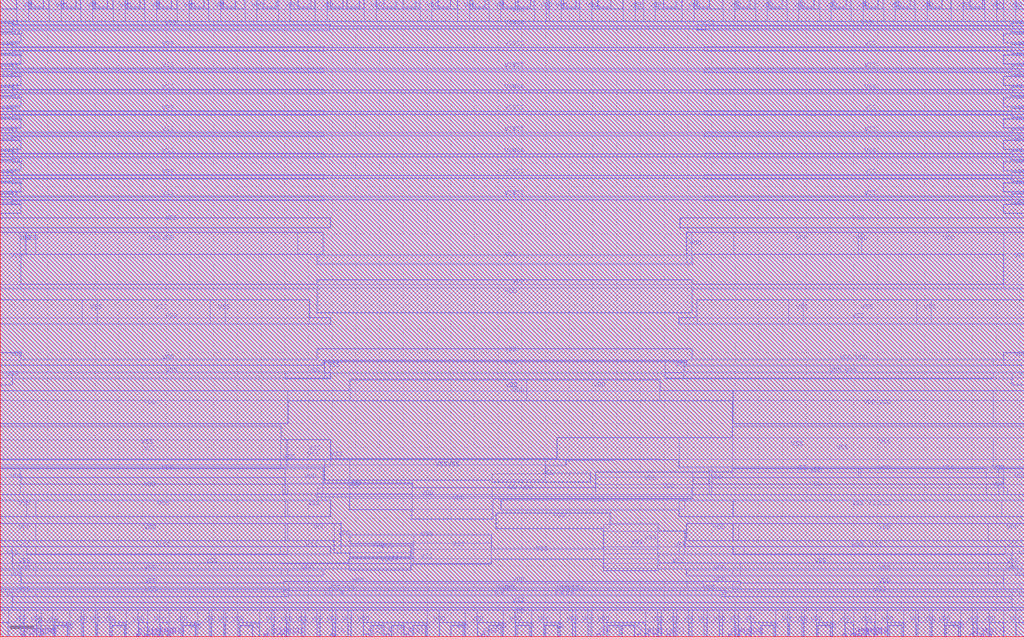
<source format=lef>
# Copyright 2022 GlobalFoundries PDK Authors
#
# Licensed under the Apache License, Version 2.0 (the "License");
# you may not use this file except in compliance with the License.
# You may obtain a copy of the License at
#
#     http://www.apache.org/licenses/LICENSE-2.0
#
# Unless required by applicable law or agreed to in writing, software
# distributed under the License is distributed on an "AS IS" BASIS,
# WITHOUT WARRANTIES OR CONDITIONS OF ANY KIND, either express or implied.
# See the License for the specific language governing permissions and
# limitations under the License.

#=====================================
# Revision: 1.1
#=====================================

VERSION 5.8 ;
BUSBITCHARS "[]" ;
DIVIDERCHAR "/" ;

UNITS
  DATABASE MICRONS   1000 ;
END UNITS

MANUFACTURINGGRID   0.005 ;



MACRO gf180mcu_fd_ip_sram__sram128x8m8wm1
  CLASS BLOCK ;
  ORIGIN 0 0 ;
  FOREIGN gf180mcu_fd_ip_sram__sram128x8m8wm1 0 0 ;
  SIZE 431.86 BY 268.88 ;
  SYMMETRY X Y R90 ;
  PIN A[0]
    DIRECTION INPUT ;
    USE SIGNAL ;
    ANTENNADIFFAREA 1.9976 LAYER Metal2 ;
    PORT
      LAYER Metal2 ;
        RECT 171.215 0 172.335 1 ;
    END
  END A[0]
  PIN A[1]
    DIRECTION INPUT ;
    USE SIGNAL ;
    ANTENNADIFFAREA 1.9976 LAYER Metal2 ;
    PORT
      LAYER Metal2 ;
        RECT 162.76 0 163.88 1 ;
    END
  END A[1]
  PIN A[2]
    DIRECTION INPUT ;
    USE SIGNAL ;
    ANTENNADIFFAREA 1.9976 LAYER Metal2 ;
    PORT
      LAYER Metal2 ;
        RECT 154.295 0 155.415 1 ;
    END
  END A[2]
  PIN A[3]
    DIRECTION INPUT ;
    USE SIGNAL ;
    ANTENNADIFFAREA 1.9976 LAYER Metal2 ;
    PORT
      LAYER Metal2 ;
        RECT 281.325 0 282.445 1 ;
    END
  END A[3]
  PIN A[4]
    DIRECTION INPUT ;
    USE SIGNAL ;
    ANTENNADIFFAREA 1.9976 LAYER Metal2 ;
    PORT
      LAYER Metal2 ;
        RECT 275.82 0 276.94 1 ;
    END
  END A[4]
  PIN A[5]
    DIRECTION INPUT ;
    USE SIGNAL ;
    ANTENNADIFFAREA 1.9976 LAYER Metal2 ;
    PORT
      LAYER Metal2 ;
        RECT 272.085 0 273.205 1 ;
    END
  END A[5]
  PIN A[6]
    DIRECTION INPUT ;
    USE SIGNAL ;
    ANTENNADIFFAREA 1.9976 LAYER Metal2 ;
    PORT
      LAYER Metal2 ;
        RECT 268.86 0 269.98 1 ;
    END
  END A[6]
  PIN CEN
    DIRECTION INPUT ;
    USE SIGNAL ;
    ANTENNADIFFAREA 1.9976 LAYER Metal2 ;
    PORT
      LAYER Metal2 ;
        RECT 251.71 0 252.83 1 ;
    END
  END CEN
  PIN CLK
    DIRECTION INPUT ;
    USE SIGNAL ;
      ANTENNAGATEAREA 44.7066 LAYER Metal3 ;
      ANTENNAGATEAREA 2.868 LAYER Metal2 ;
    PORT
      LAYER Metal2 ;
        RECT 139.68 0 140.8 1 ;
    END
  END CLK
  PIN D[0]
    DIRECTION INPUT ;
    USE SIGNAL ;
      ANTENNAGATEAREA 1.152 LAYER Metal2 ;
    PORT
      LAYER Metal2 ;
        RECT 9.32 0 10.44 1 ;
    END
  END D[0]
  PIN D[1]
    DIRECTION INPUT ;
    USE SIGNAL ;
      ANTENNAGATEAREA 1.152 LAYER Metal2 ;
    PORT
      LAYER Metal2 ;
        RECT 61.03 0 62.15 1 ;
    END
  END D[1]
  PIN D[2]
    DIRECTION INPUT ;
    USE SIGNAL ;
      ANTENNAGATEAREA 1.152 LAYER Metal2 ;
    PORT
      LAYER Metal2 ;
        RECT 67.27 0 68.39 1 ;
    END
  END D[2]
  PIN D[3]
    DIRECTION INPUT ;
    USE SIGNAL ;
      ANTENNAGATEAREA 1.152 LAYER Metal2 ;
    PORT
      LAYER Metal2 ;
        RECT 118.975 0 120.095 1 ;
    END
  END D[3]
  PIN D[4]
    DIRECTION INPUT ;
    USE SIGNAL ;
      ANTENNAGATEAREA 1.152 LAYER Metal2 ;
    PORT
      LAYER Metal2 ;
        RECT 307.235 0 308.355 1 ;
    END
  END D[4]
  PIN D[5]
    DIRECTION INPUT ;
    USE SIGNAL ;
      ANTENNAGATEAREA 1.152 LAYER Metal2 ;
    PORT
      LAYER Metal2 ;
        RECT 358.91 0 360.03 1 ;
    END
  END D[5]
  PIN D[6]
    DIRECTION INPUT ;
    USE SIGNAL ;
      ANTENNAGATEAREA 1.152 LAYER Metal2 ;
    PORT
      LAYER Metal2 ;
        RECT 365.15 0 366.27 1 ;
    END
  END D[6]
  PIN D[7]
    DIRECTION INPUT ;
    USE SIGNAL ;
      ANTENNAGATEAREA 1.152 LAYER Metal2 ;
    PORT
      LAYER Metal2 ;
        RECT 416.86 0 417.98 1 ;
    END
  END D[7]
  PIN GWEN
    DIRECTION INPUT ;
    USE SIGNAL ;
      ANTENNAGATEAREA 14.466 LAYER Metal2 ;
    PORT
      LAYER Metal2 ;
        RECT 202.94 0 204.06 1 ;
    END
  END GWEN
  PIN Q[0]
    DIRECTION OUTPUT ;
    USE SIGNAL ;
    ANTENNADIFFAREA 11.328 LAYER Metal2 ;
    PORT
      LAYER Metal2 ;
        RECT 16.9 0 18.02 1 ;
    END
  END Q[0]
  PIN Q[1]
    DIRECTION OUTPUT ;
    USE SIGNAL ;
    ANTENNADIFFAREA 11.328 LAYER Metal2 ;
    PORT
      LAYER Metal2 ;
        RECT 57.665 0 58.785 1 ;
    END
  END Q[1]
  PIN Q[2]
    DIRECTION OUTPUT ;
    USE SIGNAL ;
    ANTENNADIFFAREA 11.328 LAYER Metal2 ;
    PORT
      LAYER Metal2 ;
        RECT 70.635 0 71.755 1 ;
    END
  END Q[2]
  PIN Q[3]
    DIRECTION OUTPUT ;
    USE SIGNAL ;
    ANTENNADIFFAREA 11.328 LAYER Metal2 ;
    PORT
      LAYER Metal2 ;
        RECT 111.395 0 112.515 1 ;
    END
  END Q[3]
  PIN Q[4]
    DIRECTION OUTPUT ;
    USE SIGNAL ;
    ANTENNADIFFAREA 11.328 LAYER Metal2 ;
    PORT
      LAYER Metal2 ;
        RECT 314.79 0 315.91 1 ;
    END
  END Q[4]
  PIN Q[5]
    DIRECTION OUTPUT ;
    USE SIGNAL ;
    ANTENNADIFFAREA 11.328 LAYER Metal2 ;
    PORT
      LAYER Metal2 ;
        RECT 355.545 0 356.665 1 ;
    END
  END Q[5]
  PIN Q[6]
    DIRECTION OUTPUT ;
    USE SIGNAL ;
    ANTENNADIFFAREA 11.328 LAYER Metal2 ;
    PORT
      LAYER Metal2 ;
        RECT 368.515 0 369.635 1 ;
    END
  END Q[6]
  PIN Q[7]
    DIRECTION OUTPUT ;
    USE SIGNAL ;
    ANTENNADIFFAREA 11.328 LAYER Metal2 ;
    PORT
      LAYER Metal2 ;
        RECT 409.275 0 410.395 1 ;
    END
  END Q[7]
  PIN WEN[0]
    DIRECTION INPUT ;
    USE SIGNAL ;
      ANTENNAGATEAREA 1.938 LAYER Metal2 ;
    PORT
      LAYER Metal2 ;
        RECT 12.695 0 13.815 1 ;
    END
  END WEN[0]
  PIN WEN[1]
    DIRECTION INPUT ;
    USE SIGNAL ;
      ANTENNAGATEAREA 1.938 LAYER Metal2 ;
    PORT
      LAYER Metal2 ;
        RECT 63.02 0 64.14 1 ;
    END
  END WEN[1]
  PIN WEN[2]
    DIRECTION INPUT ;
    USE SIGNAL ;
      ANTENNAGATEAREA 1.938 LAYER Metal2 ;
    PORT
      LAYER Metal2 ;
        RECT 65.27 0 66.39 1 ;
    END
  END WEN[2]
  PIN WEN[3]
    DIRECTION INPUT ;
    USE SIGNAL ;
      ANTENNAGATEAREA 1.938 LAYER Metal2 ;
    PORT
      LAYER Metal2 ;
        RECT 117.02 0 118.14 1 ;
    END
  END WEN[3]
  PIN WEN[4]
    DIRECTION INPUT ;
    USE SIGNAL ;
      ANTENNAGATEAREA 1.938 LAYER Metal2 ;
    PORT
      LAYER Metal2 ;
        RECT 310.575 0 311.695 1 ;
    END
  END WEN[4]
  PIN WEN[5]
    DIRECTION INPUT ;
    USE SIGNAL ;
      ANTENNAGATEAREA 1.938 LAYER Metal2 ;
    PORT
      LAYER Metal2 ;
        RECT 360.9 0 362.02 1 ;
    END
  END WEN[5]
  PIN WEN[6]
    DIRECTION INPUT ;
    USE SIGNAL ;
      ANTENNAGATEAREA 1.938 LAYER Metal2 ;
    PORT
      LAYER Metal2 ;
        RECT 363.15 0 364.27 1 ;
    END
  END WEN[6]
  PIN WEN[7]
    DIRECTION INPUT ;
    USE SIGNAL ;
      ANTENNAGATEAREA 1.938 LAYER Metal2 ;
    PORT
      LAYER Metal2 ;
        RECT 413.475 0 414.595 1 ;
    END
  END WEN[7]
  PIN VDD
    DIRECTION INOUT ;
    USE POWER ;
    PORT
      LAYER Metal3 ;
        RECT 0 250.88 8.53 254.38 ;
    END
    PORT
      LAYER Metal3 ;
        RECT 0 241.88 8.53 245.38 ;
    END
    PORT
      LAYER Metal3 ;
        RECT 0 232.88 8.53 236.38 ;
    END
    PORT
      LAYER Metal3 ;
        RECT 0 223.88 8.53 227.38 ;
    END
    PORT
      LAYER Metal3 ;
        RECT 0 214.88 8.53 218.38 ;
    END
    PORT
      LAYER Metal3 ;
        RECT 0 205.88 8.53 209.38 ;
    END
    PORT
      LAYER Metal3 ;
        RECT 0 196.88 8.53 200.38 ;
    END
    PORT
      LAYER Metal3 ;
        RECT 0 187.88 8.53 191.38 ;
    END
    PORT
      LAYER Metal3 ;
        RECT 0 178.88 8.53 182.38 ;
    END
    PORT
      LAYER Metal3 ;
        RECT 0 40.76 15.055 47.575 ;
    END
    PORT
      LAYER Metal3 ;
        RECT 0 40.765 121.25 47.575 ;
    END
    PORT
      LAYER Metal3 ;
        RECT 140.89 35.42 143.645 47.58 ;
    END
    PORT
      LAYER Metal3 ;
        RECT 120.235 40.77 143.645 47.58 ;
    END
    PORT
      LAYER Metal3 ;
        RECT 147.685 33.72 173.11 38.26 ;
    END
    PORT
      LAYER Metal3 ;
        RECT 140.89 35.42 173.11 38.26 ;
    END
    PORT
      LAYER Metal3 ;
        RECT 7.005 259.88 12.005 268.88 ;
    END
    PORT
      LAYER Metal3 ;
        RECT 20.685 259.88 25.685 268.88 ;
    END
    PORT
      LAYER Metal3 ;
        RECT 34.005 259.88 39.005 268.88 ;
    END
    PORT
      LAYER Metal3 ;
        RECT 47.685 259.88 52.685 268.88 ;
    END
    PORT
      LAYER Metal3 ;
        RECT 61.005 259.88 66.005 268.88 ;
    END
    PORT
      LAYER Metal3 ;
        RECT 74.685 259.88 79.685 268.88 ;
    END
    PORT
      LAYER Metal3 ;
        RECT 88.005 259.88 93.005 268.88 ;
    END
    PORT
      LAYER Metal3 ;
        RECT 103.265 259.88 108.265 268.88 ;
    END
    PORT
      LAYER Metal3 ;
        RECT 117.415 259.88 122.415 268.88 ;
    END
    PORT
      LAYER Metal3 ;
        RECT 132.86 259.88 137.86 268.88 ;
    END
    PORT
      LAYER Metal3 ;
        RECT 153.55 259.88 158.55 268.88 ;
    END
    PORT
      LAYER Metal3 ;
        RECT 177.075 259.88 182.075 268.88 ;
    END
    PORT
      LAYER Metal3 ;
        RECT 192.925 259.88 197.925 268.88 ;
    END
    PORT
      LAYER Metal3 ;
        RECT 206.15 259.88 211.15 268.88 ;
    END
    PORT
      LAYER Metal3 ;
        RECT 225.345 259.88 230.345 268.88 ;
    END
    PORT
      LAYER Metal3 ;
        RECT 231.565 259.88 236.565 268.88 ;
    END
    PORT
      LAYER Metal3 ;
        RECT 244.505 259.88 249.505 268.88 ;
    END
    PORT
      LAYER Metal3 ;
        RECT 262.845 259.88 267.845 268.88 ;
    END
    PORT
      LAYER Metal3 ;
        RECT 271.31 259.88 276.31 268.88 ;
    END
    PORT
      LAYER Metal3 ;
        RECT 287.735 259.88 292.735 268.88 ;
    END
    PORT
      LAYER Metal3 ;
        RECT 304.885 259.88 309.885 268.88 ;
    END
    PORT
      LAYER Metal3 ;
        RECT 318.565 259.88 323.565 268.88 ;
    END
    PORT
      LAYER Metal3 ;
        RECT 331.885 259.88 336.885 268.88 ;
    END
    PORT
      LAYER Metal3 ;
        RECT 345.565 259.88 350.565 268.88 ;
    END
    PORT
      LAYER Metal3 ;
        RECT 358.885 259.88 363.885 268.88 ;
    END
    PORT
      LAYER Metal3 ;
        RECT 372.565 259.88 377.565 268.88 ;
    END
    PORT
      LAYER Metal3 ;
        RECT 385.885 259.88 390.885 268.88 ;
    END
    PORT
      LAYER Metal3 ;
        RECT 401.145 259.88 406.145 268.88 ;
    END
    PORT
      LAYER Metal3 ;
        RECT 415.295 259.88 420.295 268.88 ;
    END
    PORT
      LAYER Metal3 ;
        RECT 423.33 259.88 428.33 268.88 ;
    END
    PORT
      LAYER Metal3 ;
        RECT 0 259.88 431.86 264.88 ;
    END
    PORT
      LAYER Metal3 ;
        RECT 423.33 250.88 431.86 254.38 ;
    END
    PORT
      LAYER Metal3 ;
        RECT 423.33 241.88 431.86 245.38 ;
    END
    PORT
      LAYER Metal3 ;
        RECT 423.33 232.88 431.86 236.38 ;
    END
    PORT
      LAYER Metal3 ;
        RECT 423.33 223.88 431.86 227.38 ;
    END
    PORT
      LAYER Metal3 ;
        RECT 423.33 214.88 431.86 218.38 ;
    END
    PORT
      LAYER Metal3 ;
        RECT 423.33 205.88 431.86 209.38 ;
    END
    PORT
      LAYER Metal3 ;
        RECT 423.33 196.88 431.86 200.38 ;
    END
    PORT
      LAYER Metal3 ;
        RECT 423.33 187.88 431.86 191.38 ;
    END
    PORT
      LAYER Metal3 ;
        RECT 423.33 178.88 431.86 182.38 ;
    END
    PORT
      LAYER Metal3 ;
        RECT 0 147.15 8.53 170.625 ;
    END
    PORT
      LAYER Metal3 ;
        RECT 10.475 161.575 10.94 170.63 ;
    END
    PORT
      LAYER Metal3 ;
        RECT 0 161.575 15.055 170.625 ;
    END
    PORT
      LAYER Metal3 ;
        RECT 0 161.58 125.425 170.625 ;
    END
    PORT
      LAYER Metal3 ;
        RECT 0 161.59 136.07 170.62 ;
    END
    PORT
      LAYER Metal3 ;
        RECT 133.86 157.43 291.755 160.995 ;
    END
    PORT
      LAYER Metal3 ;
        RECT 133.86 136.91 291.755 150.525 ;
    END
    PORT
      LAYER Metal3 ;
        RECT 289.54 157.43 291.755 170.62 ;
    END
    PORT
      LAYER Metal3 ;
        RECT 309.265 161.575 361.915 170.625 ;
    END
    PORT
      LAYER Metal3 ;
        RECT 289.54 161.575 431.86 170.62 ;
    END
    PORT
      LAYER Metal3 ;
        RECT 0 147.15 431.86 148.57 ;
    END
    PORT
      LAYER Metal3 ;
        RECT 423.33 147.15 431.86 170.625 ;
    END
    PORT
      LAYER Metal3 ;
        RECT 363.265 161.575 431.86 170.625 ;
    END
    PORT
      LAYER Metal3 ;
        RECT 0 114.69 8.53 119.69 ;
    END
    PORT
      LAYER Metal3 ;
        RECT 0 114.69 136.07 116.9 ;
    END
    PORT
      LAYER Metal3 ;
        RECT 133.85 116.85 291.74 121.39 ;
    END
    PORT
      LAYER Metal3 ;
        RECT 289.54 114.685 418.815 116.9 ;
    END
    PORT
      LAYER Metal3 ;
        RECT 289.54 114.69 431.86 116.9 ;
    END
    PORT
      LAYER Metal3 ;
        RECT 423.33 114.69 431.86 119.69 ;
    END
    PORT
      LAYER Metal3 ;
        RECT 0 90.08 121.25 103.695 ;
    END
    PORT
      LAYER Metal3 ;
        RECT 147.565 99.845 278.225 108.125 ;
    END
    PORT
      LAYER Metal3 ;
        RECT 147.605 99.845 278.225 108.535 ;
    END
    PORT
      LAYER Metal3 ;
        RECT 222.16 99.845 278.225 108.54 ;
    END
    PORT
      LAYER Metal3 ;
        RECT 309.125 90.075 418.815 103.695 ;
    END
    PORT
      LAYER Metal3 ;
        RECT 309.035 90.08 431.86 103.695 ;
    END
    PORT
      LAYER Metal3 ;
        RECT 0 99.845 431.86 103.695 ;
    END
    PORT
      LAYER Metal3 ;
        RECT 0 60.18 8.53 70.89 ;
    END
    PORT
      LAYER Metal3 ;
        RECT 119.105 60.23 173.805 64.235 ;
    END
    PORT
      LAYER Metal3 ;
        RECT 0 67.305 136.07 70.89 ;
    END
    PORT
      LAYER Metal3 ;
        RECT 0 60.18 121.25 64.23 ;
    END
    PORT
      LAYER Metal3 ;
        RECT 120.235 60.23 136.07 70.895 ;
    END
    PORT
      LAYER Metal3 ;
        RECT 120.235 60.23 173.805 64.67 ;
    END
    PORT
      LAYER Metal3 ;
        RECT 173.705 49.86 207.58 62.87 ;
    END
    PORT
      LAYER Metal3 ;
        RECT 147.39 53.78 207.58 62.87 ;
    END
    PORT
      LAYER Metal3 ;
        RECT 147.39 58.485 291.755 62.87 ;
    END
    PORT
      LAYER Metal3 ;
        RECT 133.86 59.22 291.755 62.87 ;
    END
    PORT
      LAYER Metal3 ;
        RECT 251.14 60.175 292.105 69.33 ;
    END
    PORT
      LAYER Metal3 ;
        RECT 299.13 60.175 300.13 70.085 ;
    END
    PORT
      LAYER Metal3 ;
        RECT 251.14 67.305 431.86 69.33 ;
    END
    PORT
      LAYER Metal3 ;
        RECT 309.035 67.305 362.145 70.89 ;
    END
    PORT
      LAYER Metal3 ;
        RECT 308.865 67.305 431.86 70.885 ;
    END
    PORT
      LAYER Metal3 ;
        RECT 415.845 60.175 421.105 64.235 ;
    END
    PORT
      LAYER Metal3 ;
        RECT 415.845 67.305 421.105 70.895 ;
    END
    PORT
      LAYER Metal3 ;
        RECT 251.14 60.18 431.86 64.23 ;
    END
    PORT
      LAYER Metal3 ;
        RECT 133.86 60.175 424.995 62.87 ;
    END
    PORT
      LAYER Metal3 ;
        RECT 423.33 60.18 431.86 70.89 ;
    END
    PORT
      LAYER Metal3 ;
        RECT 363.035 67.305 431.86 70.89 ;
    END
    PORT
      LAYER Metal3 ;
        RECT 309.01 40.765 431.86 47.57 ;
    END
    PORT
      LAYER Metal3 ;
        RECT 289.545 40.77 311.39 47.58 ;
    END
    PORT
      LAYER Metal3 ;
        RECT 309.125 40.76 431.86 47.57 ;
    END
    PORT
      LAYER Metal3 ;
        RECT 416.805 40.76 431.86 47.575 ;
    END
    PORT
      LAYER Metal3 ;
        RECT 0 20.3 8.56 28.145 ;
    END
    PORT
      LAYER Metal3 ;
        RECT 0 25.865 15.055 28.145 ;
    END
    PORT
      LAYER Metal3 ;
        RECT 0 25.87 121.25 28.145 ;
    END
    PORT
      LAYER Metal3 ;
        RECT 0 20.3 121.705 22.575 ;
    END
    PORT
      LAYER Metal3 ;
        RECT 118.435 25.875 136.07 28.15 ;
    END
    PORT
      LAYER Metal3 ;
        RECT 119.545 20.83 312.145 23.095 ;
    END
    PORT
      LAYER Metal3 ;
        RECT 0 20.82 296.615 22.575 ;
    END
    PORT
      LAYER Metal3 ;
        RECT 289.545 20.83 312.145 23.105 ;
    END
    PORT
      LAYER Metal3 ;
        RECT 289.545 25.875 312.145 28.15 ;
    END
    PORT
      LAYER Metal3 ;
        RECT 308.94 20.3 431.86 22.575 ;
    END
    PORT
      LAYER Metal3 ;
        RECT 416.805 25.865 431.86 28.145 ;
    END
    PORT
      LAYER Metal3 ;
        RECT 309.01 25.87 431.86 28.145 ;
    END
    PORT
      LAYER Metal3 ;
        RECT 423.3 20.3 431.86 28.145 ;
    END
    PORT
      LAYER Metal3 ;
        RECT 3.53 0 8.53 11.16 ;
    END
    PORT
      LAYER Metal3 ;
        RECT 10.195 0 15.195 11.16 ;
    END
    PORT
      LAYER Metal3 ;
        RECT 17.21 0 22.21 11.16 ;
    END
    PORT
      LAYER Metal3 ;
        RECT 29.21 0 34.21 11.16 ;
    END
    PORT
      LAYER Metal3 ;
        RECT 35.21 0 40.21 11.16 ;
    END
    PORT
      LAYER Metal3 ;
        RECT 41.21 0 46.21 11.16 ;
    END
    PORT
      LAYER Metal3 ;
        RECT 53.21 0 58.21 11.16 ;
    END
    PORT
      LAYER Metal3 ;
        RECT 62.215 0 67.215 11.16 ;
    END
    PORT
      LAYER Metal3 ;
        RECT 71.21 0 76.21 11.16 ;
    END
    PORT
      LAYER Metal3 ;
        RECT 83.21 0 88.21 11.16 ;
    END
    PORT
      LAYER Metal3 ;
        RECT 89.21 0 94.21 11.16 ;
    END
    PORT
      LAYER Metal3 ;
        RECT 95.21 0 100.21 11.16 ;
    END
    PORT
      LAYER Metal3 ;
        RECT 109.55 0 114.55 11.16 ;
    END
    PORT
      LAYER Metal3 ;
        RECT 115.55 0 120.55 11.16 ;
    END
    PORT
      LAYER Metal3 ;
        RECT 122.05 0 127.05 11.16 ;
    END
    PORT
      LAYER Metal3 ;
        RECT 128.55 0 133.55 11.16 ;
    END
    PORT
      LAYER Metal3 ;
        RECT 135.05 0 140.05 11.16 ;
    END
    PORT
      LAYER Metal3 ;
        RECT 141.55 0 146.55 11.16 ;
    END
    PORT
      LAYER Metal3 ;
        RECT 148.05 0 153.05 11.16 ;
    END
    PORT
      LAYER Metal3 ;
        RECT 180.155 0 185.155 11.16 ;
    END
    PORT
      LAYER Metal3 ;
        RECT 196.14 0 201.14 11.16 ;
    END
    PORT
      LAYER Metal3 ;
        RECT 212.165 0 217.165 11.16 ;
    END
    PORT
      LAYER Metal3 ;
        RECT 224.165 0 229.165 11.16 ;
    END
    PORT
      LAYER Metal3 ;
        RECT 236.165 0 241.165 11.16 ;
    END
    PORT
      LAYER Metal3 ;
        RECT 242.83 0 247.83 11.16 ;
    END
    PORT
      LAYER Metal3 ;
        RECT 249.38 0 254.38 11.16 ;
    END
    PORT
      LAYER Metal3 ;
        RECT 272.29 0 277.29 11.16 ;
    END
    PORT
      LAYER Metal3 ;
        RECT 278.79 0 283.79 11.16 ;
    END
    PORT
      LAYER Metal3 ;
        RECT 285.29 0 290.29 11.16 ;
    END
    PORT
      LAYER Metal3 ;
        RECT 291.79 0 296.79 11.16 ;
    END
    PORT
      LAYER Metal3 ;
        RECT 298.29 0 303.29 11.16 ;
    END
    PORT
      LAYER Metal3 ;
        RECT 304.79 0 309.79 11.16 ;
    END
    PORT
      LAYER Metal3 ;
        RECT 311.475 0 316.475 11.16 ;
    END
    PORT
      LAYER Metal3 ;
        RECT 327.09 0 332.09 11.16 ;
    END
    PORT
      LAYER Metal3 ;
        RECT 333.09 0 338.09 11.16 ;
    END
    PORT
      LAYER Metal3 ;
        RECT 339.09 0 344.09 11.16 ;
    END
    PORT
      LAYER Metal3 ;
        RECT 351.09 0 356.09 11.16 ;
    END
    PORT
      LAYER Metal3 ;
        RECT 360.085 0 365.085 11.16 ;
    END
    PORT
      LAYER Metal3 ;
        RECT 369.09 0 374.09 11.16 ;
    END
    PORT
      LAYER Metal3 ;
        RECT 381.09 0 386.09 11.16 ;
    END
    PORT
      LAYER Metal3 ;
        RECT 387.09 0 392.09 11.16 ;
    END
    PORT
      LAYER Metal3 ;
        RECT 393.09 0 398.09 11.16 ;
    END
    PORT
      LAYER Metal3 ;
        RECT 405.09 0 410.09 11.16 ;
    END
    PORT
      LAYER Metal3 ;
        RECT 412.095 0 417.095 11.16 ;
    END
    PORT
      LAYER Metal3 ;
        RECT 423.33 0 428.33 11.16 ;
    END
    PORT
      LAYER Metal3 ;
        RECT 0 6.16 431.86 11.16 ;
    END
  END VDD
  PIN VSS
    DIRECTION INOUT ;
    USE GROUND ;
    PORT
      LAYER Metal3 ;
        RECT 13.13 265.84 18.13 268.88 ;
    END
    PORT
      LAYER Metal3 ;
        RECT 23.21 0 28.21 4.66 ;
    END
    PORT
      LAYER Metal3 ;
        RECT 26.81 265.84 31.81 268.88 ;
    END
    PORT
      LAYER Metal3 ;
        RECT 40.13 265.84 45.13 268.88 ;
    END
    PORT
      LAYER Metal3 ;
        RECT 47.21 0 52.21 4.66 ;
    END
    PORT
      LAYER Metal3 ;
        RECT 53.81 265.84 58.81 268.88 ;
    END
    PORT
      LAYER Metal3 ;
        RECT 67.13 265.84 72.13 268.88 ;
    END
    PORT
      LAYER Metal3 ;
        RECT 77.21 0 82.21 4.66 ;
    END
    PORT
      LAYER Metal3 ;
        RECT 80.81 265.84 85.81 268.88 ;
    END
    PORT
      LAYER Metal3 ;
        RECT 94.13 265.84 99.13 268.88 ;
    END
    PORT
      LAYER Metal3 ;
        RECT 101.21 0 106.21 4.66 ;
    END
    PORT
      LAYER Metal3 ;
        RECT 111.29 265.84 116.29 268.88 ;
    END
    PORT
      LAYER Metal3 ;
        RECT 125.79 265.84 130.79 268.88 ;
    END
    PORT
      LAYER Metal3 ;
        RECT 0 172.68 139.14 176.63 ;
    END
    PORT
      LAYER Metal3 ;
        RECT 34.605 132.17 40.815 142.08 ;
    END
    PORT
      LAYER Metal3 ;
        RECT 88.605 132.17 94.815 142.08 ;
    END
    PORT
      LAYER Metal3 ;
        RECT 0 132.175 130.35 142.08 ;
    END
    PORT
      LAYER Metal3 ;
        RECT 0 132.175 139.14 134.45 ;
    END
    PORT
      LAYER Metal3 ;
        RECT 0 50.88 15.055 57.465 ;
    END
    PORT
      LAYER Metal3 ;
        RECT 11.245 50.87 121.25 57.455 ;
    END
    PORT
      LAYER Metal3 ;
        RECT 11.145 50.875 121.25 57.455 ;
    END
    PORT
      LAYER Metal3 ;
        RECT 120.235 50.88 139.14 57.465 ;
    END
    PORT
      LAYER Metal3 ;
        RECT 139.385 265.84 144.385 268.88 ;
    END
    PORT
      LAYER Metal3 ;
        RECT 146.365 265.84 151.365 268.88 ;
    END
    PORT
      LAYER Metal3 ;
        RECT 156.62 0 161.62 4.66 ;
    END
    PORT
      LAYER Metal3 ;
        RECT 161.905 265.84 166.905 268.88 ;
    END
    PORT
      LAYER Metal3 ;
        RECT 165.11 0 170.11 4.66 ;
    END
    PORT
      LAYER Metal3 ;
        RECT 170.12 265.84 175.12 268.88 ;
    END
    PORT
      LAYER Metal3 ;
        RECT 174.155 0 179.155 4.66 ;
    END
    PORT
      LAYER Metal3 ;
        RECT 184.74 265.84 189.74 268.88 ;
    END
    PORT
      LAYER Metal3 ;
        RECT 190.14 0 195.14 4.66 ;
    END
    PORT
      LAYER Metal3 ;
        RECT 199.41 265.84 204.41 268.88 ;
    END
    PORT
      LAYER Metal3 ;
        RECT 206.165 0 211.165 4.66 ;
    END
    PORT
      LAYER Metal3 ;
        RECT 212.15 265.84 217.15 268.88 ;
    END
    PORT
      LAYER Metal3 ;
        RECT 218.165 0 223.165 4.66 ;
    END
    PORT
      LAYER Metal3 ;
        RECT 218.565 265.84 223.565 268.88 ;
    END
    PORT
      LAYER Metal3 ;
        RECT 230.165 0 235.165 4.66 ;
    END
    PORT
      LAYER Metal3 ;
        RECT 237.69 265.84 242.69 268.88 ;
    END
    PORT
      LAYER Metal3 ;
        RECT 252.325 265.84 257.325 268.88 ;
    END
    PORT
      LAYER Metal3 ;
        RECT 256.165 0 261.165 4.66 ;
    END
    PORT
      LAYER Metal3 ;
        RECT 262.39 0 267.39 4.66 ;
    END
    PORT
      LAYER Metal3 ;
        RECT 279.95 265.84 284.95 268.88 ;
    END
    PORT
      LAYER Metal3 ;
        RECT 293.955 265.84 298.955 268.88 ;
    END
    PORT
      LAYER Metal3 ;
        RECT 311.01 265.84 316.01 268.88 ;
    END
    PORT
      LAYER Metal3 ;
        RECT 321.09 0 326.09 4.66 ;
    END
    PORT
      LAYER Metal3 ;
        RECT 324.69 265.84 329.69 268.88 ;
    END
    PORT
      LAYER Metal3 ;
        RECT 338.01 265.84 343.01 268.88 ;
    END
    PORT
      LAYER Metal3 ;
        RECT 345.09 0 350.09 4.66 ;
    END
    PORT
      LAYER Metal3 ;
        RECT 351.69 265.84 356.69 268.88 ;
    END
    PORT
      LAYER Metal3 ;
        RECT 365.01 265.84 370.01 268.88 ;
    END
    PORT
      LAYER Metal3 ;
        RECT 375.09 0 380.09 4.66 ;
    END
    PORT
      LAYER Metal3 ;
        RECT 378.69 265.84 383.69 268.88 ;
    END
    PORT
      LAYER Metal3 ;
        RECT 392.01 265.84 397.01 268.88 ;
    END
    PORT
      LAYER Metal3 ;
        RECT 399.09 0 404.09 4.66 ;
    END
    PORT
      LAYER Metal3 ;
        RECT 409.17 265.84 414.17 268.88 ;
    END
    PORT
      LAYER Metal3 ;
        RECT 0 255.38 5.07 258.88 ;
    END
    PORT
      LAYER Metal3 ;
        RECT 0 256.13 138.895 258.13 ;
    END
    PORT
      LAYER Metal3 ;
        RECT 152.01 256.63 273.11 257.64 ;
    END
    PORT
      LAYER Metal3 ;
        RECT 0 256.635 431.86 257.64 ;
    END
    PORT
      LAYER Metal3 ;
        RECT 293.955 256.29 297.585 257.955 ;
    END
    PORT
      LAYER Metal3 ;
        RECT 293.955 256.38 431.86 257.88 ;
    END
    PORT
      LAYER Metal3 ;
        RECT 426.79 255.38 431.86 258.88 ;
    END
    PORT
      LAYER Metal3 ;
        RECT 0 246.38 5.07 249.88 ;
    END
    PORT
      LAYER Metal3 ;
        RECT 0 247.38 136.36 248.88 ;
    END
    PORT
      LAYER Metal3 ;
        RECT 152.015 247.63 273.11 248.64 ;
    END
    PORT
      LAYER Metal3 ;
        RECT 0 247.63 431.86 248.63 ;
    END
    PORT
      LAYER Metal3 ;
        RECT 297.105 247.38 431.86 248.88 ;
    END
    PORT
      LAYER Metal3 ;
        RECT 426.79 246.38 431.86 249.88 ;
    END
    PORT
      LAYER Metal3 ;
        RECT 0 237.38 5.07 240.88 ;
    END
    PORT
      LAYER Metal3 ;
        RECT 0 238.38 136.36 239.88 ;
    END
    PORT
      LAYER Metal3 ;
        RECT 152.015 238.63 273.11 239.64 ;
    END
    PORT
      LAYER Metal3 ;
        RECT 0 238.63 431.86 239.63 ;
    END
    PORT
      LAYER Metal3 ;
        RECT 297.105 238.38 431.86 239.88 ;
    END
    PORT
      LAYER Metal3 ;
        RECT 426.79 237.38 431.86 240.88 ;
    END
    PORT
      LAYER Metal3 ;
        RECT 0 228.38 5.07 231.88 ;
    END
    PORT
      LAYER Metal3 ;
        RECT 0 229.38 136.36 230.88 ;
    END
    PORT
      LAYER Metal3 ;
        RECT 152.015 229.63 273.11 230.64 ;
    END
    PORT
      LAYER Metal3 ;
        RECT 0 229.63 431.86 230.63 ;
    END
    PORT
      LAYER Metal3 ;
        RECT 297.105 229.38 431.86 230.88 ;
    END
    PORT
      LAYER Metal3 ;
        RECT 426.79 228.38 431.86 231.88 ;
    END
    PORT
      LAYER Metal3 ;
        RECT 0 219.38 5.07 222.88 ;
    END
    PORT
      LAYER Metal3 ;
        RECT 0 220.38 136.36 221.88 ;
    END
    PORT
      LAYER Metal3 ;
        RECT 152.015 220.63 273.11 221.64 ;
    END
    PORT
      LAYER Metal3 ;
        RECT 0 220.63 431.86 221.63 ;
    END
    PORT
      LAYER Metal3 ;
        RECT 297.105 220.38 431.86 221.88 ;
    END
    PORT
      LAYER Metal3 ;
        RECT 426.79 219.38 431.86 222.88 ;
    END
    PORT
      LAYER Metal3 ;
        RECT 0 210.38 5.07 213.88 ;
    END
    PORT
      LAYER Metal3 ;
        RECT 0 211.38 136.36 212.88 ;
    END
    PORT
      LAYER Metal3 ;
        RECT 152.015 211.63 273.11 212.64 ;
    END
    PORT
      LAYER Metal3 ;
        RECT 0 211.63 431.86 212.63 ;
    END
    PORT
      LAYER Metal3 ;
        RECT 297.105 211.38 431.86 212.88 ;
    END
    PORT
      LAYER Metal3 ;
        RECT 426.79 210.38 431.86 213.88 ;
    END
    PORT
      LAYER Metal3 ;
        RECT 0 201.38 5.07 204.88 ;
    END
    PORT
      LAYER Metal3 ;
        RECT 0 202.38 136.36 203.88 ;
    END
    PORT
      LAYER Metal3 ;
        RECT 152.015 202.63 273.11 203.64 ;
    END
    PORT
      LAYER Metal3 ;
        RECT 0 202.63 431.86 203.63 ;
    END
    PORT
      LAYER Metal3 ;
        RECT 297.105 202.38 431.86 203.88 ;
    END
    PORT
      LAYER Metal3 ;
        RECT 426.79 201.38 431.86 204.88 ;
    END
    PORT
      LAYER Metal3 ;
        RECT 0 192.38 5.07 195.88 ;
    END
    PORT
      LAYER Metal3 ;
        RECT 0 193.38 136.36 194.88 ;
    END
    PORT
      LAYER Metal3 ;
        RECT 152.015 193.63 273.11 194.64 ;
    END
    PORT
      LAYER Metal3 ;
        RECT 0 193.63 431.86 194.63 ;
    END
    PORT
      LAYER Metal3 ;
        RECT 297.105 193.38 431.86 194.88 ;
    END
    PORT
      LAYER Metal3 ;
        RECT 426.79 192.38 431.86 195.88 ;
    END
    PORT
      LAYER Metal3 ;
        RECT 0 183.38 5.07 186.88 ;
    END
    PORT
      LAYER Metal3 ;
        RECT 0 184.38 136.36 185.88 ;
    END
    PORT
      LAYER Metal3 ;
        RECT 152.015 184.63 273.11 185.64 ;
    END
    PORT
      LAYER Metal3 ;
        RECT 0 184.63 431.86 185.63 ;
    END
    PORT
      LAYER Metal3 ;
        RECT 297.105 184.38 431.86 185.88 ;
    END
    PORT
      LAYER Metal3 ;
        RECT 426.79 183.38 431.86 186.88 ;
    END
    PORT
      LAYER Metal3 ;
        RECT 286.845 172.68 431.86 176.63 ;
    END
    PORT
      LAYER Metal3 ;
        RECT 286.475 132.175 431.86 134.45 ;
    END
    PORT
      LAYER Metal3 ;
        RECT 332.485 132.17 338.695 142.08 ;
    END
    PORT
      LAYER Metal3 ;
        RECT 386.485 132.17 392.695 142.08 ;
    END
    PORT
      LAYER Metal3 ;
        RECT 293.925 132.175 431.86 142.08 ;
    END
    PORT
      LAYER Metal3 ;
        RECT 0 106.41 5.07 111.41 ;
    END
    PORT
      LAYER Metal3 ;
        RECT 120.18 109.13 139.13 111.41 ;
    END
    PORT
      LAYER Metal3 ;
        RECT 0 109.135 139.13 111.41 ;
    END
    PORT
      LAYER Metal3 ;
        RECT 136.935 109.13 139.13 115.995 ;
    END
    PORT
      LAYER Metal3 ;
        RECT 280.39 109.13 288.385 115.995 ;
    END
    PORT
      LAYER Metal3 ;
        RECT 136.935 111.455 288.385 115.995 ;
    END
    PORT
      LAYER Metal3 ;
        RECT 280.39 109.13 418.815 111.41 ;
    END
    PORT
      LAYER Metal3 ;
        RECT 426.79 106.41 431.86 111.41 ;
    END
    PORT
      LAYER Metal3 ;
        RECT 280.39 109.135 431.86 111.41 ;
    END
    PORT
      LAYER Metal3 ;
        RECT 0 71.64 118.39 88.65 ;
    END
    PORT
      LAYER Metal3 ;
        RECT 0 71.64 121.25 82.985 ;
    END
    PORT
      LAYER Metal3 ;
        RECT 120.555 71.645 139.14 82.99 ;
    END
    PORT
      LAYER Metal3 ;
        RECT 147.39 66.215 229.885 75.075 ;
    END
    PORT
      LAYER Metal3 ;
        RECT 136.935 66.225 229.885 75.075 ;
    END
    PORT
      LAYER Metal3 ;
        RECT 0 72.455 238.415 75.075 ;
    END
    PORT
      LAYER Metal3 ;
        RECT 207.465 65.39 248.875 68.8 ;
    END
    PORT
      LAYER Metal3 ;
        RECT 0 74.68 258.8 75.075 ;
    END
    PORT
      LAYER Metal3 ;
        RECT 0 74.83 278.225 75.075 ;
    END
    PORT
      LAYER Metal3 ;
        RECT 234.91 74.84 431.86 83.92 ;
    END
    PORT
      LAYER Metal3 ;
        RECT 286.475 71.635 418.815 83.92 ;
    END
    PORT
      LAYER Metal3 ;
        RECT 309.035 71.64 431.86 88.65 ;
    END
    PORT
      LAYER Metal3 ;
        RECT 211.305 53.7 288.68 57.635 ;
    END
    PORT
      LAYER Metal3 ;
        RECT 286.475 50.88 431.86 57.455 ;
    END
    PORT
      LAYER Metal3 ;
        RECT 309.125 50.865 422.41 57.465 ;
    END
    PORT
      LAYER Metal3 ;
        RECT 309.025 50.875 422.41 57.455 ;
    END
    PORT
      LAYER Metal3 ;
        RECT 309.125 50.88 431.86 57.465 ;
    END
    PORT
      LAYER Metal3 ;
        RECT 0 28.83 5.07 37.98 ;
    END
    PORT
      LAYER Metal3 ;
        RECT 0 28.83 15.055 30.995 ;
    END
    PORT
      LAYER Metal3 ;
        RECT 0 34.91 15.055 37.98 ;
    END
    PORT
      LAYER Metal3 ;
        RECT 11.245 34.9 121.25 37.975 ;
    END
    PORT
      LAYER Metal3 ;
        RECT 11.13 34.905 121.25 37.975 ;
    END
    PORT
      LAYER Metal3 ;
        RECT 118.125 34.91 139.14 37.98 ;
    END
    PORT
      LAYER Metal3 ;
        RECT 118.435 30.885 206.985 30.995 ;
    END
    PORT
      LAYER Metal3 ;
        RECT 147.29 28.325 173.11 32.865 ;
    END
    PORT
      LAYER Metal3 ;
        RECT 0 28.83 173.11 30.99 ;
    END
    PORT
      LAYER Metal3 ;
        RECT 147.29 30.885 206.985 32.865 ;
    END
    PORT
      LAYER Metal3 ;
        RECT 174.3 30.885 206.985 42.91 ;
    END
    PORT
      LAYER Metal3 ;
        RECT 147.565 39.5 206.985 42.91 ;
    END
    PORT
      LAYER Metal3 ;
        RECT 174.3 32.96 277.41 36.96 ;
    END
    PORT
      LAYER Metal3 ;
        RECT 209.285 45.825 257.15 52.1 ;
    END
    PORT
      LAYER Metal3 ;
        RECT 254.61 28.025 277.41 47.51 ;
    END
    PORT
      LAYER Metal3 ;
        RECT 254.61 34.92 288.68 44.44 ;
    END
    PORT
      LAYER Metal3 ;
        RECT 286.475 34.91 431.86 37.975 ;
    END
    PORT
      LAYER Metal3 ;
        RECT 254.61 28.83 312.145 30.995 ;
    END
    PORT
      LAYER Metal3 ;
        RECT 254.61 34.92 313.735 37.98 ;
    END
    PORT
      LAYER Metal3 ;
        RECT 254.61 28.83 431.86 30.99 ;
    END
    PORT
      LAYER Metal3 ;
        RECT 309.125 34.9 423.935 37.975 ;
    END
    PORT
      LAYER Metal3 ;
        RECT 309.01 34.905 423.935 37.975 ;
    END
    PORT
      LAYER Metal3 ;
        RECT 416.805 28.83 431.86 30.995 ;
    END
    PORT
      LAYER Metal3 ;
        RECT 426.79 28.83 431.86 37.98 ;
    END
    PORT
      LAYER Metal3 ;
        RECT 416.805 34.91 431.86 37.98 ;
    END
    PORT
      LAYER Metal3 ;
        RECT 0 12.51 5 18.86 ;
    END
    PORT
      LAYER Metal3 ;
        RECT 0 17.1 15.055 18.86 ;
    END
    PORT
      LAYER Metal3 ;
        RECT 0 17.105 121.705 18.86 ;
    END
    PORT
      LAYER Metal3 ;
        RECT 137.19 17.62 138.89 19.38 ;
    END
    PORT
      LAYER Metal3 ;
        RECT 143.82 17.62 144.47 19.38 ;
    END
    PORT
      LAYER Metal3 ;
        RECT 208.87 17.62 209.52 19.38 ;
    END
    PORT
      LAYER Metal3 ;
        RECT 211.495 17.62 212.145 19.38 ;
    END
    PORT
      LAYER Metal3 ;
        RECT 234.365 17.62 235.015 19.38 ;
    END
    PORT
      LAYER Metal3 ;
        RECT 236.605 17.62 237.255 19.38 ;
    END
    PORT
      LAYER Metal3 ;
        RECT 238.845 17.62 239.495 19.38 ;
    END
    PORT
      LAYER Metal3 ;
        RECT 241.085 17.62 241.735 19.38 ;
    END
    PORT
      LAYER Metal3 ;
        RECT 119.545 17.62 306.075 19.375 ;
    END
    PORT
      LAYER Metal3 ;
        RECT 286.725 17.62 306.075 19.38 ;
    END
    PORT
      LAYER Metal3 ;
        RECT 0 12.51 431.86 14.27 ;
    END
    PORT
      LAYER Metal3 ;
        RECT 304.43 17.1 431.86 18.86 ;
    END
    PORT
      LAYER Metal3 ;
        RECT 426.79 12.51 431.86 18.86 ;
    END
  END VSS
  OBS
    LAYER Metal1 ;
      RECT 0 0 431.86 268.88 ;
    LAYER Metal2 ;
      POLYGON 431.86 268.88 0 268.88 0 0 9.04 0 9.04 1.28 10.72 1.28 10.72 0 12.415 0 12.415 1.28 14.095 1.28 14.095 0 16.62 0 16.62 1.28 18.3 1.28 18.3 0 57.385 0 57.385 1.28 59.065 1.28 59.065 0 60.75 0 60.75 1.28 62.43 1.28 62.43 0 62.74 0 62.74 1.28 64.42 1.28 64.42 0 64.99 0 64.99 1.28 66.67 1.28 66.67 0 66.99 0 66.99 1.28 68.67 1.28 68.67 0 70.355 0 70.355 1.28 72.035 1.28 72.035 0 111.115 0 111.115 1.28 112.795 1.28 112.795 0 116.74 0 116.74 1.28 118.42 1.28 118.42 0 118.695 0 118.695 1.28 120.375 1.28 120.375 0 139.4 0 139.4 1.28 141.08 1.28 141.08 0 154.015 0 154.015 1.28 155.695 1.28 155.695 0 162.48 0 162.48 1.28 164.16 1.28 164.16 0 170.935 0 170.935 1.28 172.615 1.28 172.615 0 202.66 0 202.66 1.28 204.34 1.28 204.34 0 251.43 0 251.43 1.28 253.11 1.28 253.11 0 268.58 0 268.58 1.28 270.26 1.28 270.26 0 271.805 0 271.805 1.28 273.485 1.28 273.485 0 275.54 0 275.54 1.28 277.22 1.28 277.22 0 281.045 0 281.045 1.28 282.725 1.28 282.725 0 306.955 0 306.955 1.28 308.635 1.28 308.635 0 310.295 0 310.295 1.28 311.975 1.28 311.975 0 314.51 0 314.51 1.28 316.19 1.28 316.19 0 355.265 0 355.265 1.28 356.945 1.28 356.945 0 358.63 0 358.63 1.28 360.31 1.28 360.31 0 360.62 0 360.62 1.28 362.3 1.28 362.3 0 362.87 0 362.87 1.28 364.55 1.28 364.55 0 364.87 0 364.87 1.28 366.55 1.28 366.55 0 368.235 0 368.235 1.28 369.915 1.28 369.915 0 408.995 0 408.995 1.28 410.675 1.28 410.675 0 413.195 0 413.195 1.28 414.875 1.28 414.875 0 416.58 0 416.58 1.28 418.26 1.28 418.26 0 431.86 0 ;
    LAYER Metal3 ;
      RECT 0 265.16 6.725 268.88 ;
      POLYGON 33.725 268.88 32.09 268.88 32.09 265.56 26.53 265.56 26.53 268.88 25.965 268.88 25.965 265.16 33.725 265.16 ;
      POLYGON 431.86 131.895 392.975 131.895 392.975 131.89 386.205 131.89 386.205 131.895 338.975 131.895 338.975 131.89 332.205 131.89 332.205 131.895 286.195 131.895 286.195 134.73 293.645 134.73 293.645 142.36 431.86 142.36 431.86 146.87 292.035 146.87 292.035 136.63 133.58 136.63 133.58 146.87 0 146.87 0 142.36 130.63 142.36 130.63 134.73 139.42 134.73 139.42 131.895 95.095 131.895 95.095 131.89 88.325 131.89 88.325 131.895 41.095 131.895 41.095 131.89 34.325 131.89 34.325 131.895 0 131.895 0 119.97 8.81 119.97 8.81 117.18 133.57 117.18 133.57 121.67 292.02 121.67 292.02 117.18 423.05 117.18 423.05 119.97 431.86 119.97 ;
      POLYGON 195.86 5.88 185.435 5.88 185.435 0 189.86 0 189.86 4.94 195.42 4.94 195.42 0 195.86 0 ;
      POLYGON 426.51 34.63 424.215 34.63 424.215 34.62 308.845 34.62 308.845 34.625 308.73 34.625 308.73 34.63 286.195 34.63 286.195 34.64 277.69 34.64 277.69 31.275 312.425 31.275 312.425 31.27 416.525 31.27 416.525 31.275 426.51 31.275 ;
      RECT 0 11.44 431.86 12.23 ;
      RECT 417.375 0 423.05 5.88 ;
      POLYGON 431.86 89.8 419.095 89.8 419.095 89.795 308.845 89.795 308.845 89.8 308.755 89.8 308.755 99.565 121.53 99.565 121.53 89.8 0 89.8 0 88.93 118.67 88.93 118.67 83.265 120.275 83.265 120.275 83.27 139.42 83.27 139.42 75.355 234.63 75.355 234.63 84.2 308.755 84.2 308.755 88.93 431.86 88.93 ;
      RECT 297.07 0 298.01 5.88 ;
      RECT 88.49 0 88.93 5.88 ;
      POLYGON 431.86 205.6 423.05 205.6 423.05 209.66 431.86 209.66 431.86 210.1 426.51 210.1 426.51 211.1 296.825 211.1 296.825 211.35 136.64 211.35 136.64 211.1 5.35 211.1 5.35 210.1 0 210.1 0 209.66 8.81 209.66 8.81 205.6 0 205.6 0 205.16 5.35 205.16 5.35 204.16 136.64 204.16 136.64 203.91 151.735 203.91 151.735 203.92 273.39 203.92 273.39 203.91 296.825 203.91 296.825 204.16 426.51 204.16 426.51 205.16 431.86 205.16 ;
      POLYGON 372.285 268.88 370.29 268.88 370.29 265.56 364.73 265.56 364.73 268.88 364.165 268.88 364.165 265.16 372.285 265.16 ;
      RECT 420.575 265.16 423.05 268.88 ;
      RECT 241.445 0 242.55 5.88 ;
      POLYGON 287.455 268.88 285.23 268.88 285.23 265.56 279.67 265.56 279.67 268.88 276.59 268.88 276.59 265.16 287.455 265.16 ;
      POLYGON 132.58 268.88 131.07 268.88 131.07 265.56 125.51 265.56 125.51 268.88 122.695 268.88 122.695 265.16 132.58 265.16 ;
      POLYGON 47.405 268.88 45.41 268.88 45.41 265.56 39.85 265.56 39.85 268.88 39.285 268.88 39.285 265.16 47.405 265.16 ;
      POLYGON 223.885 5.88 217.445 5.88 217.445 0 217.885 0 217.885 4.94 223.445 4.94 223.445 0 223.885 0 ;
      RECT 133.83 0 134.77 5.88 ;
      RECT 292.385 64.51 298.85 67.025 ;
      RECT 34.49 0 34.93 5.88 ;
      RECT 268.125 265.16 271.03 268.88 ;
      RECT 58.49 0 61.935 5.88 ;
      POLYGON 404.81 5.88 398.37 5.88 398.37 0 398.81 0 398.81 4.94 404.37 4.94 404.37 0 404.81 0 ;
      POLYGON 82.93 5.88 76.49 5.88 76.49 0 76.93 0 76.93 4.94 82.49 4.94 82.49 0 82.93 0 ;
      POLYGON 350.81 5.88 344.37 5.88 344.37 0 344.81 0 344.81 4.94 350.37 4.94 350.37 0 350.81 0 ;
      RECT 356.37 0 359.805 5.88 ;
      POLYGON 87.725 268.88 86.09 268.88 86.09 265.56 80.53 265.56 80.53 268.88 79.965 268.88 79.965 265.16 87.725 265.16 ;
      POLYGON 358.605 268.88 356.97 268.88 356.97 265.56 351.41 265.56 351.41 268.88 350.845 268.88 350.845 265.16 358.605 265.16 ;
      POLYGON 431.86 71.36 419.095 71.36 419.095 71.355 286.195 71.355 286.195 74.56 278.505 74.56 278.505 74.55 259.08 74.55 259.08 74.4 238.695 74.4 238.695 72.175 230.165 72.175 230.165 69.08 249.155 69.08 249.155 65.11 207.185 65.11 207.185 65.935 147.11 65.935 147.11 65.945 136.655 65.945 136.655 71.365 121.53 71.365 121.53 71.36 0 71.36 0 71.17 119.955 71.17 119.955 71.175 136.35 71.175 136.35 64.95 174.085 64.95 174.085 63.15 250.86 63.15 250.86 69.61 298.85 69.61 298.85 70.365 300.41 70.365 300.41 69.61 308.585 69.61 308.585 71.165 308.755 71.165 308.755 71.17 362.425 71.17 362.425 71.165 362.755 71.165 362.755 71.17 415.565 71.17 415.565 71.175 421.385 71.175 421.385 71.17 431.86 71.17 ;
      POLYGON 225.065 268.88 223.845 268.88 223.845 265.56 218.285 265.56 218.285 268.88 217.43 268.88 217.43 265.56 211.87 265.56 211.87 268.88 211.43 268.88 211.43 265.16 225.065 265.16 ;
      RECT 248.11 0 249.1 5.88 ;
      RECT 392.37 0 392.81 5.88 ;
      RECT 140.33 0 141.27 5.88 ;
      RECT 0 0 3.25 5.88 ;
      POLYGON 192.645 268.88 190.02 268.88 190.02 265.56 184.46 265.56 184.46 268.88 182.355 268.88 182.355 265.16 192.645 265.16 ;
      POLYGON 272.01 5.88 254.66 5.88 254.66 0 255.885 0 255.885 4.94 261.445 4.94 261.445 0 262.11 0 262.11 4.94 267.67 4.94 267.67 0 272.01 0 ;
      POLYGON 345.285 268.88 343.29 268.88 343.29 265.56 337.73 265.56 337.73 268.88 337.165 268.88 337.165 265.16 345.285 265.16 ;
      RECT 284.07 0 285.01 5.88 ;
      RECT 332.37 0 332.81 5.88 ;
      POLYGON 176.795 268.88 175.4 268.88 175.4 265.56 169.84 265.56 169.84 268.88 167.185 268.88 167.185 265.56 161.625 265.56 161.625 268.88 158.83 268.88 158.83 265.16 176.795 265.16 ;
      RECT 338.37 0 338.81 5.88 ;
      POLYGON 431.86 28.55 277.69 28.55 277.69 27.745 254.33 27.745 254.33 32.68 207.265 32.68 207.265 30.605 173.39 30.605 173.39 28.045 147.01 28.045 147.01 28.55 0 28.55 0 28.425 118.155 28.425 118.155 28.43 136.35 28.43 136.35 25.595 121.53 25.595 121.53 25.59 15.335 25.59 15.335 25.585 8.84 25.585 8.84 22.855 119.265 22.855 119.265 23.375 289.265 23.375 289.265 23.385 312.425 23.385 312.425 22.855 423.02 22.855 423.02 25.585 416.525 25.585 416.525 25.59 308.73 25.59 308.73 25.595 289.265 25.595 289.265 28.43 312.425 28.43 312.425 28.425 431.86 28.425 ;
      POLYGON 380.81 5.88 374.37 5.88 374.37 0 374.81 0 374.81 4.94 380.37 4.94 380.37 0 380.81 0 ;
      RECT 386.37 0 386.81 5.88 ;
      POLYGON 244.225 268.88 242.97 268.88 242.97 265.56 237.41 265.56 237.41 268.88 236.845 268.88 236.845 265.16 244.225 265.16 ;
      RECT 94.49 0 94.93 5.88 ;
      RECT 40.49 0 40.93 5.88 ;
      POLYGON 318.285 268.88 316.29 268.88 316.29 265.56 310.73 265.56 310.73 268.88 310.165 268.88 310.165 265.16 318.285 265.16 ;
      RECT 127.33 0 128.27 5.88 ;
      RECT 15.475 0 16.93 5.88 ;
      POLYGON 431.86 114.41 419.095 114.41 419.095 114.405 289.26 114.405 289.26 116.57 136.35 116.57 136.35 114.41 0 114.41 0 111.69 136.655 111.69 136.655 116.275 288.665 116.275 288.665 111.69 431.86 111.69 ;
      POLYGON 20.405 268.88 18.41 268.88 18.41 265.56 12.85 265.56 12.85 268.88 12.285 268.88 12.285 265.16 20.405 265.16 ;
      POLYGON 431.86 223.6 423.05 223.6 423.05 227.66 431.86 227.66 431.86 228.1 426.51 228.1 426.51 229.1 296.825 229.1 296.825 229.35 136.64 229.35 136.64 229.1 5.35 229.1 5.35 228.1 0 228.1 0 227.66 8.81 227.66 8.81 223.6 0 223.6 0 223.16 5.35 223.16 5.35 222.16 136.64 222.16 136.64 221.91 151.735 221.91 151.735 221.92 273.39 221.92 273.39 221.91 296.825 221.91 296.825 222.16 426.51 222.16 426.51 223.16 431.86 223.16 ;
      POLYGON 102.985 268.88 99.41 268.88 99.41 265.56 93.85 265.56 93.85 268.88 93.285 268.88 93.285 265.16 102.985 265.16 ;
      POLYGON 431.86 187.6 423.05 187.6 423.05 191.66 431.86 191.66 431.86 192.1 426.51 192.1 426.51 193.1 296.825 193.1 296.825 193.35 136.64 193.35 136.64 193.1 5.35 193.1 5.35 192.1 0 192.1 0 191.66 8.81 191.66 8.81 187.6 0 187.6 0 187.16 5.35 187.16 5.35 186.16 136.64 186.16 136.64 185.91 151.735 185.91 151.735 185.92 273.39 185.92 273.39 185.91 296.825 185.91 296.825 186.16 426.51 186.16 426.51 187.16 431.86 187.16 ;
      RECT 8.81 0 9.915 5.88 ;
      POLYGON 304.605 268.88 299.235 268.88 299.235 265.56 293.675 265.56 293.675 268.88 293.015 268.88 293.015 265.16 304.605 265.16 ;
      POLYGON 431.86 106.13 426.51 106.13 426.51 108.855 419.095 108.855 419.095 108.85 280.11 108.85 280.11 111.175 139.41 111.175 139.41 108.85 119.9 108.85 119.9 108.855 5.35 108.855 5.35 106.13 0 106.13 0 103.975 147.285 103.975 147.285 108.405 147.325 108.405 147.325 108.815 221.88 108.815 221.88 108.82 278.505 108.82 278.505 103.975 431.86 103.975 ;
      POLYGON 431.86 40.48 308.845 40.48 308.845 40.485 308.73 40.485 308.73 40.49 289.265 40.49 289.265 47.86 311.67 47.86 311.67 47.85 416.525 47.85 416.525 47.855 431.86 47.855 431.86 50.6 422.69 50.6 422.69 50.585 308.845 50.585 308.845 50.595 308.745 50.595 308.745 50.6 286.195 50.6 286.195 53.42 211.025 53.42 211.025 57.915 288.96 57.915 288.96 57.735 308.845 57.735 308.845 57.745 431.86 57.745 431.86 59.9 425.275 59.9 425.275 59.895 292.035 59.895 292.035 58.205 207.86 58.205 207.86 49.58 173.425 49.58 173.425 53.5 147.11 53.5 147.11 58.94 133.58 58.94 133.58 59.95 121.53 59.95 121.53 59.9 0 59.9 0 57.745 15.335 57.745 15.335 57.735 119.955 57.735 119.955 57.745 139.42 57.745 139.42 50.6 121.53 50.6 121.53 50.59 10.965 50.59 10.965 50.595 10.865 50.595 10.865 50.6 0 50.6 0 47.855 119.955 47.855 119.955 47.86 143.925 47.86 143.925 38.54 173.39 38.54 173.39 33.44 147.405 33.44 147.405 35.14 140.61 35.14 140.61 40.49 121.53 40.49 121.53 40.485 15.335 40.485 15.335 40.48 0 40.48 0 38.26 15.335 38.26 15.335 38.255 117.845 38.255 117.845 38.26 139.42 38.26 139.42 34.63 121.53 34.63 121.53 34.62 10.965 34.62 10.965 34.625 10.85 34.625 10.85 34.63 5.35 34.63 5.35 31.275 15.335 31.275 15.335 31.27 118.155 31.27 118.155 31.275 147.01 31.275 147.01 33.145 174.02 33.145 174.02 39.22 147.285 39.22 147.285 43.19 207.265 43.19 207.265 37.24 254.33 37.24 254.33 45.545 209.005 45.545 209.005 52.38 257.43 52.38 257.43 47.79 277.69 47.79 277.69 44.72 288.96 44.72 288.96 38.26 314.015 38.26 314.015 38.255 416.525 38.255 416.525 38.26 431.86 38.26 ;
      RECT 428.61 265.16 431.86 268.88 ;
      POLYGON 431.86 214.6 423.05 214.6 423.05 218.66 431.86 218.66 431.86 219.1 426.51 219.1 426.51 220.1 296.825 220.1 296.825 220.35 136.64 220.35 136.64 220.1 5.35 220.1 5.35 219.1 0 219.1 0 218.66 8.81 218.66 8.81 214.6 0 214.6 0 214.16 5.35 214.16 5.35 213.16 136.64 213.16 136.64 212.91 151.735 212.91 151.735 212.92 273.39 212.92 273.39 212.91 296.825 212.91 296.825 213.16 426.51 213.16 426.51 214.16 431.86 214.16 ;
      POLYGON 52.93 5.88 46.49 5.88 46.49 0 46.93 0 46.93 4.94 52.49 4.94 52.49 0 52.93 0 ;
      POLYGON 119.955 67.025 8.81 67.025 8.81 64.51 118.825 64.51 118.825 64.515 119.955 64.515 ;
      POLYGON 117.135 268.88 116.57 268.88 116.57 265.56 111.01 265.56 111.01 268.88 108.545 268.88 108.545 265.16 117.135 265.16 ;
      POLYGON 60.725 268.88 59.09 268.88 59.09 265.56 53.53 265.56 53.53 268.88 52.965 268.88 52.965 265.16 60.725 265.16 ;
      POLYGON 431.86 241.6 423.05 241.6 423.05 245.66 431.86 245.66 431.86 246.1 426.51 246.1 426.51 247.1 296.825 247.1 296.825 247.35 136.64 247.35 136.64 247.1 5.35 247.1 5.35 246.1 0 246.1 0 245.66 8.81 245.66 8.81 241.6 0 241.6 0 241.16 5.35 241.16 5.35 240.16 136.64 240.16 136.64 239.91 151.735 239.91 151.735 239.92 273.39 239.92 273.39 239.91 296.825 239.91 296.825 240.16 426.51 240.16 426.51 241.16 431.86 241.16 ;
      POLYGON 262.565 268.88 257.605 268.88 257.605 265.56 252.045 265.56 252.045 268.88 249.785 268.88 249.785 265.16 262.565 265.16 ;
      RECT 428.61 0 431.86 5.88 ;
      RECT 365.365 0 368.81 5.88 ;
      POLYGON 179.875 5.88 153.33 5.88 153.33 0 156.34 0 156.34 4.94 161.9 4.94 161.9 0 164.83 0 164.83 4.94 170.39 4.94 170.39 0 173.875 0 173.875 4.94 179.435 4.94 179.435 0 179.875 0 ;
      POLYGON 431.86 259.6 0 259.6 0 259.16 5.35 259.16 5.35 258.41 139.175 258.41 139.175 257.92 293.675 257.92 293.675 258.235 297.865 258.235 297.865 258.16 426.51 258.16 426.51 259.16 431.86 259.16 ;
      POLYGON 431.86 196.6 423.05 196.6 423.05 200.66 431.86 200.66 431.86 201.1 426.51 201.1 426.51 202.1 296.825 202.1 296.825 202.35 136.64 202.35 136.64 202.1 5.35 202.1 5.35 201.1 0 201.1 0 200.66 8.81 200.66 8.81 196.6 0 196.6 0 196.16 5.35 196.16 5.35 195.16 136.64 195.16 136.64 194.91 151.735 194.91 151.735 194.92 273.39 194.92 273.39 194.91 296.825 194.91 296.825 195.16 426.51 195.16 426.51 196.16 431.86 196.16 ;
      POLYGON 431.86 250.6 423.05 250.6 423.05 254.66 431.86 254.66 431.86 255.1 426.51 255.1 426.51 256.1 297.865 256.1 297.865 256.01 293.675 256.01 293.675 256.355 273.39 256.355 273.39 256.35 151.73 256.35 151.73 256.355 139.175 256.355 139.175 255.85 5.35 255.85 5.35 255.1 0 255.1 0 254.66 8.81 254.66 8.81 250.6 0 250.6 0 250.16 5.35 250.16 5.35 249.16 136.64 249.16 136.64 248.91 151.735 248.91 151.735 248.92 273.39 248.92 273.39 248.91 296.825 248.91 296.825 249.16 426.51 249.16 426.51 250.16 431.86 250.16 ;
      POLYGON 431.86 232.6 423.05 232.6 423.05 236.66 431.86 236.66 431.86 237.1 426.51 237.1 426.51 238.1 296.825 238.1 296.825 238.35 136.64 238.35 136.64 238.1 5.35 238.1 5.35 237.1 0 237.1 0 236.66 8.81 236.66 8.81 232.6 0 232.6 0 232.16 5.35 232.16 5.35 231.16 136.64 231.16 136.64 230.91 151.735 230.91 151.735 230.92 273.39 230.92 273.39 230.91 296.825 230.91 296.825 231.16 426.51 231.16 426.51 232.16 431.86 232.16 ;
      POLYGON 28.93 5.88 22.49 5.88 22.49 0 22.93 0 22.93 4.94 28.49 4.94 28.49 0 28.93 0 ;
      POLYGON 205.87 268.88 204.69 268.88 204.69 265.56 199.13 265.56 199.13 268.88 198.205 268.88 198.205 265.16 205.87 265.16 ;
      POLYGON 415.015 268.88 414.45 268.88 414.45 265.56 408.89 265.56 408.89 268.88 406.425 268.88 406.425 265.16 415.015 265.16 ;
      POLYGON 109.27 5.88 100.49 5.88 100.49 0 100.93 0 100.93 4.94 106.49 4.94 106.49 0 109.27 0 ;
      RECT 146.83 0 147.77 5.88 ;
      POLYGON 326.81 5.88 316.755 5.88 316.755 0 320.81 0 320.81 4.94 326.37 4.94 326.37 0 326.81 0 ;
      RECT 303.57 0 304.51 5.88 ;
      POLYGON 400.865 268.88 397.29 268.88 397.29 265.56 391.73 265.56 391.73 268.88 391.165 268.88 391.165 265.16 400.865 265.16 ;
      POLYGON 153.27 268.88 151.645 268.88 151.645 265.56 146.085 265.56 146.085 268.88 144.665 268.88 144.665 265.56 139.105 265.56 139.105 268.88 138.14 268.88 138.14 265.16 153.27 265.16 ;
      POLYGON 431.86 20.02 308.66 20.02 308.66 20.55 296.895 20.55 296.895 20.54 121.985 20.54 121.985 20.02 0 20.02 0 19.14 119.265 19.14 119.265 19.655 136.91 19.655 136.91 19.66 139.17 19.66 139.17 19.655 143.54 19.655 143.54 19.66 144.75 19.66 144.75 19.655 208.59 19.655 208.59 19.66 209.8 19.66 209.8 19.655 211.215 19.655 211.215 19.66 212.425 19.66 212.425 19.655 234.085 19.655 234.085 19.66 235.295 19.66 235.295 19.655 236.325 19.655 236.325 19.66 237.535 19.66 237.535 19.655 238.565 19.655 238.565 19.66 239.775 19.66 239.775 19.655 240.805 19.655 240.805 19.66 242.015 19.66 242.015 19.655 286.445 19.655 286.445 19.66 306.355 19.66 306.355 19.14 431.86 19.14 ;
      POLYGON 385.605 268.88 383.97 268.88 383.97 265.56 378.41 265.56 378.41 268.88 377.845 268.88 377.845 265.16 385.605 265.16 ;
      RECT 230.625 265.16 231.285 268.88 ;
      RECT 277.57 0 278.51 5.88 ;
      POLYGON 74.405 268.88 72.41 268.88 72.41 265.56 66.85 265.56 66.85 268.88 66.285 268.88 66.285 265.16 74.405 265.16 ;
      POLYGON 331.605 268.88 329.97 268.88 329.97 265.56 324.41 265.56 324.41 268.88 323.845 268.88 323.845 265.16 331.605 265.16 ;
      RECT 120.83 0 121.77 5.88 ;
      RECT 114.83 0 115.27 5.88 ;
      RECT 310.07 0 311.195 5.88 ;
      POLYGON 235.885 5.88 229.445 5.88 229.445 0 229.885 0 229.885 4.94 235.445 4.94 235.445 0 235.885 0 ;
      RECT 290.57 0 291.51 5.88 ;
      RECT 410.37 0 411.815 5.88 ;
      POLYGON 426.51 16.82 304.15 16.82 304.15 17.34 121.985 17.34 121.985 16.825 15.335 16.825 15.335 16.82 5.28 16.82 5.28 14.55 426.51 14.55 ;
      POLYGON 211.885 5.88 201.42 5.88 201.42 0 205.885 0 205.885 4.94 211.445 4.94 211.445 0 211.885 0 ;
      POLYGON 423.05 67.025 300.41 67.025 300.41 64.51 415.565 64.51 415.565 64.515 421.385 64.515 421.385 64.51 423.05 64.51 ;
      POLYGON 431.86 172.4 286.565 172.4 286.565 176.91 431.86 176.91 431.86 178.6 423.05 178.6 423.05 182.66 431.86 182.66 431.86 183.1 426.51 183.1 426.51 184.1 296.825 184.1 296.825 184.35 136.64 184.35 136.64 184.1 5.35 184.1 5.35 183.1 0 183.1 0 182.66 8.81 182.66 8.81 178.6 0 178.6 0 176.91 139.42 176.91 139.42 172.4 0 172.4 0 170.905 10.195 170.905 10.195 170.91 11.22 170.91 11.22 170.905 125.705 170.905 125.705 170.9 136.35 170.9 136.35 161.31 125.705 161.31 125.705 161.3 15.335 161.3 15.335 161.295 8.81 161.295 8.81 148.85 133.58 148.85 133.58 150.805 292.035 150.805 292.035 148.85 423.05 148.85 423.05 161.295 292.035 161.295 292.035 157.15 133.58 157.15 133.58 161.275 289.26 161.275 289.26 170.9 308.985 170.9 308.985 170.905 362.195 170.905 362.195 170.9 362.985 170.9 362.985 170.905 431.86 170.905 ;
      RECT 67.495 0 70.93 5.88 ;
    LAYER Via1 ;
      RECT 0 0 431.86 268.88 ;
    LAYER Via2 ;
      RECT 0 0 431.86 268.88 ;
  END

END gf180mcu_fd_ip_sram__sram128x8m8wm1

END LIBRARY

</source>
